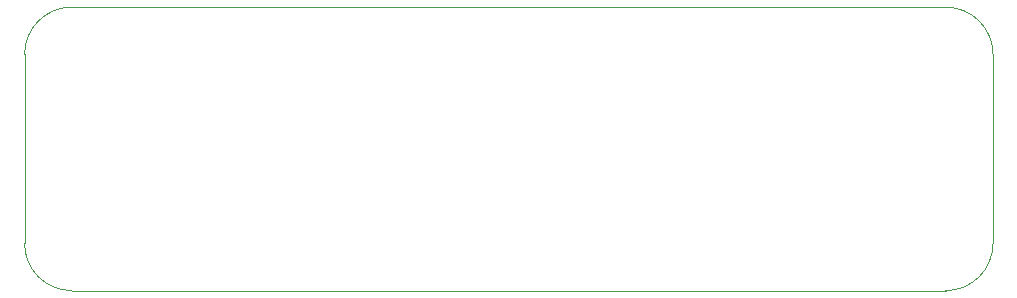
<source format=gbr>
%TF.GenerationSoftware,KiCad,Pcbnew,9.0.4*%
%TF.CreationDate,2025-09-01T13:06:02+02:00*%
%TF.ProjectId,EHT,4548542e-6b69-4636-9164-5f7063625858,rev?*%
%TF.SameCoordinates,Original*%
%TF.FileFunction,Profile,NP*%
%FSLAX46Y46*%
G04 Gerber Fmt 4.6, Leading zero omitted, Abs format (unit mm)*
G04 Created by KiCad (PCBNEW 9.0.4) date 2025-09-01 13:06:02*
%MOMM*%
%LPD*%
G01*
G04 APERTURE LIST*
%TA.AperFunction,Profile*%
%ADD10C,0.050000*%
%TD*%
G04 APERTURE END LIST*
D10*
X186000000Y-75000000D02*
X186000000Y-91000000D01*
X104000000Y-75000000D02*
X104000000Y-91000000D01*
X104000000Y-75000000D02*
G75*
G02*
X108000000Y-71000000I4000000J0D01*
G01*
X108000000Y-95000000D02*
G75*
G02*
X104000000Y-91000000I0J4000000D01*
G01*
X186000000Y-91000000D02*
G75*
G02*
X182000000Y-95000000I-4000000J0D01*
G01*
X182000000Y-71000000D02*
G75*
G02*
X186000000Y-75000000I0J-4000000D01*
G01*
X182000000Y-71000000D02*
X108000000Y-71000000D01*
X182000000Y-95000000D02*
X108000000Y-95000000D01*
M02*

</source>
